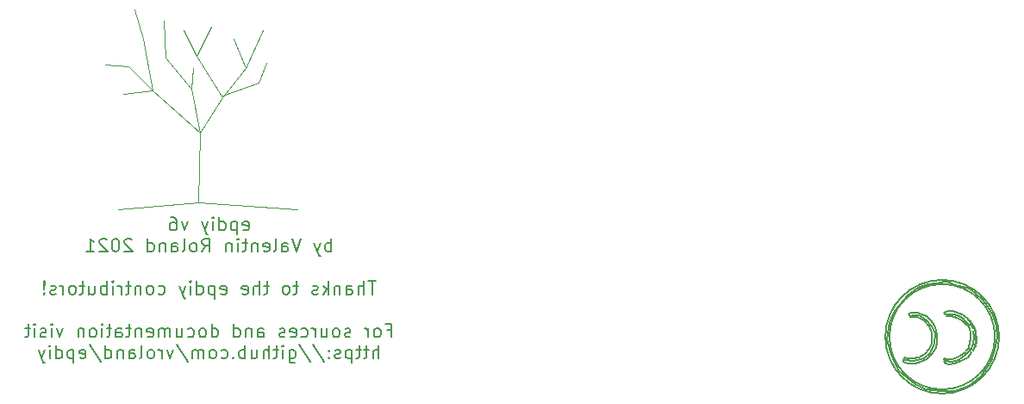
<source format=gbo>
%TF.GenerationSoftware,KiCad,Pcbnew,5.1.10*%
%TF.CreationDate,2021-08-22T15:01:52+02:00*%
%TF.ProjectId,epaper-breakout,65706170-6572-42d6-9272-65616b6f7574,rev?*%
%TF.SameCoordinates,Original*%
%TF.FileFunction,Legend,Bot*%
%TF.FilePolarity,Positive*%
%FSLAX46Y46*%
G04 Gerber Fmt 4.6, Leading zero omitted, Abs format (unit mm)*
G04 Created by KiCad (PCBNEW 5.1.10) date 2021-08-22 15:01:52*
%MOMM*%
%LPD*%
G01*
G04 APERTURE LIST*
%ADD10C,0.150000*%
%ADD11C,0.100000*%
%ADD12O,1.802000X1.802000*%
%ADD13C,1.392000*%
%ADD14C,1.802000*%
%ADD15C,0.902000*%
%ADD16C,0.610000*%
%ADD17C,2.302000*%
G04 APERTURE END LIST*
D10*
X48592857Y-46226190D02*
X48716666Y-46288095D01*
X48964285Y-46288095D01*
X49088095Y-46226190D01*
X49150000Y-46102380D01*
X49150000Y-45607142D01*
X49088095Y-45483333D01*
X48964285Y-45421428D01*
X48716666Y-45421428D01*
X48592857Y-45483333D01*
X48530952Y-45607142D01*
X48530952Y-45730952D01*
X49150000Y-45854761D01*
X47973809Y-45421428D02*
X47973809Y-46721428D01*
X47973809Y-45483333D02*
X47850000Y-45421428D01*
X47602380Y-45421428D01*
X47478571Y-45483333D01*
X47416666Y-45545238D01*
X47354761Y-45669047D01*
X47354761Y-46040476D01*
X47416666Y-46164285D01*
X47478571Y-46226190D01*
X47602380Y-46288095D01*
X47850000Y-46288095D01*
X47973809Y-46226190D01*
X46240476Y-46288095D02*
X46240476Y-44988095D01*
X46240476Y-46226190D02*
X46364285Y-46288095D01*
X46611904Y-46288095D01*
X46735714Y-46226190D01*
X46797619Y-46164285D01*
X46859523Y-46040476D01*
X46859523Y-45669047D01*
X46797619Y-45545238D01*
X46735714Y-45483333D01*
X46611904Y-45421428D01*
X46364285Y-45421428D01*
X46240476Y-45483333D01*
X45621428Y-46288095D02*
X45621428Y-45421428D01*
X45621428Y-44988095D02*
X45683333Y-45050000D01*
X45621428Y-45111904D01*
X45559523Y-45050000D01*
X45621428Y-44988095D01*
X45621428Y-45111904D01*
X45126190Y-45421428D02*
X44816666Y-46288095D01*
X44507142Y-45421428D02*
X44816666Y-46288095D01*
X44940476Y-46597619D01*
X45002380Y-46659523D01*
X45126190Y-46721428D01*
X43145238Y-45421428D02*
X42835714Y-46288095D01*
X42526190Y-45421428D01*
X41473809Y-44988095D02*
X41721428Y-44988095D01*
X41845238Y-45050000D01*
X41907142Y-45111904D01*
X42030952Y-45297619D01*
X42092857Y-45545238D01*
X42092857Y-46040476D01*
X42030952Y-46164285D01*
X41969047Y-46226190D01*
X41845238Y-46288095D01*
X41597619Y-46288095D01*
X41473809Y-46226190D01*
X41411904Y-46164285D01*
X41350000Y-46040476D01*
X41350000Y-45730952D01*
X41411904Y-45607142D01*
X41473809Y-45545238D01*
X41597619Y-45483333D01*
X41845238Y-45483333D01*
X41969047Y-45545238D01*
X42030952Y-45607142D01*
X42092857Y-45730952D01*
X57228571Y-48388095D02*
X57228571Y-47088095D01*
X57228571Y-47583333D02*
X57104761Y-47521428D01*
X56857142Y-47521428D01*
X56733333Y-47583333D01*
X56671428Y-47645238D01*
X56609523Y-47769047D01*
X56609523Y-48140476D01*
X56671428Y-48264285D01*
X56733333Y-48326190D01*
X56857142Y-48388095D01*
X57104761Y-48388095D01*
X57228571Y-48326190D01*
X56176190Y-47521428D02*
X55866666Y-48388095D01*
X55557142Y-47521428D02*
X55866666Y-48388095D01*
X55990476Y-48697619D01*
X56052380Y-48759523D01*
X56176190Y-48821428D01*
X54257142Y-47088095D02*
X53823809Y-48388095D01*
X53390476Y-47088095D01*
X52400000Y-48388095D02*
X52400000Y-47707142D01*
X52461904Y-47583333D01*
X52585714Y-47521428D01*
X52833333Y-47521428D01*
X52957142Y-47583333D01*
X52400000Y-48326190D02*
X52523809Y-48388095D01*
X52833333Y-48388095D01*
X52957142Y-48326190D01*
X53019047Y-48202380D01*
X53019047Y-48078571D01*
X52957142Y-47954761D01*
X52833333Y-47892857D01*
X52523809Y-47892857D01*
X52400000Y-47830952D01*
X51595238Y-48388095D02*
X51719047Y-48326190D01*
X51780952Y-48202380D01*
X51780952Y-47088095D01*
X50604761Y-48326190D02*
X50728571Y-48388095D01*
X50976190Y-48388095D01*
X51100000Y-48326190D01*
X51161904Y-48202380D01*
X51161904Y-47707142D01*
X51100000Y-47583333D01*
X50976190Y-47521428D01*
X50728571Y-47521428D01*
X50604761Y-47583333D01*
X50542857Y-47707142D01*
X50542857Y-47830952D01*
X51161904Y-47954761D01*
X49985714Y-47521428D02*
X49985714Y-48388095D01*
X49985714Y-47645238D02*
X49923809Y-47583333D01*
X49800000Y-47521428D01*
X49614285Y-47521428D01*
X49490476Y-47583333D01*
X49428571Y-47707142D01*
X49428571Y-48388095D01*
X48995238Y-47521428D02*
X48500000Y-47521428D01*
X48809523Y-47088095D02*
X48809523Y-48202380D01*
X48747619Y-48326190D01*
X48623809Y-48388095D01*
X48500000Y-48388095D01*
X48066666Y-48388095D02*
X48066666Y-47521428D01*
X48066666Y-47088095D02*
X48128571Y-47150000D01*
X48066666Y-47211904D01*
X48004761Y-47150000D01*
X48066666Y-47088095D01*
X48066666Y-47211904D01*
X47447619Y-47521428D02*
X47447619Y-48388095D01*
X47447619Y-47645238D02*
X47385714Y-47583333D01*
X47261904Y-47521428D01*
X47076190Y-47521428D01*
X46952380Y-47583333D01*
X46890476Y-47707142D01*
X46890476Y-48388095D01*
X44538095Y-48388095D02*
X44971428Y-47769047D01*
X45280952Y-48388095D02*
X45280952Y-47088095D01*
X44785714Y-47088095D01*
X44661904Y-47150000D01*
X44600000Y-47211904D01*
X44538095Y-47335714D01*
X44538095Y-47521428D01*
X44600000Y-47645238D01*
X44661904Y-47707142D01*
X44785714Y-47769047D01*
X45280952Y-47769047D01*
X43795238Y-48388095D02*
X43919047Y-48326190D01*
X43980952Y-48264285D01*
X44042857Y-48140476D01*
X44042857Y-47769047D01*
X43980952Y-47645238D01*
X43919047Y-47583333D01*
X43795238Y-47521428D01*
X43609523Y-47521428D01*
X43485714Y-47583333D01*
X43423809Y-47645238D01*
X43361904Y-47769047D01*
X43361904Y-48140476D01*
X43423809Y-48264285D01*
X43485714Y-48326190D01*
X43609523Y-48388095D01*
X43795238Y-48388095D01*
X42619047Y-48388095D02*
X42742857Y-48326190D01*
X42804761Y-48202380D01*
X42804761Y-47088095D01*
X41566666Y-48388095D02*
X41566666Y-47707142D01*
X41628571Y-47583333D01*
X41752380Y-47521428D01*
X42000000Y-47521428D01*
X42123809Y-47583333D01*
X41566666Y-48326190D02*
X41690476Y-48388095D01*
X42000000Y-48388095D01*
X42123809Y-48326190D01*
X42185714Y-48202380D01*
X42185714Y-48078571D01*
X42123809Y-47954761D01*
X42000000Y-47892857D01*
X41690476Y-47892857D01*
X41566666Y-47830952D01*
X40947619Y-47521428D02*
X40947619Y-48388095D01*
X40947619Y-47645238D02*
X40885714Y-47583333D01*
X40761904Y-47521428D01*
X40576190Y-47521428D01*
X40452380Y-47583333D01*
X40390476Y-47707142D01*
X40390476Y-48388095D01*
X39214285Y-48388095D02*
X39214285Y-47088095D01*
X39214285Y-48326190D02*
X39338095Y-48388095D01*
X39585714Y-48388095D01*
X39709523Y-48326190D01*
X39771428Y-48264285D01*
X39833333Y-48140476D01*
X39833333Y-47769047D01*
X39771428Y-47645238D01*
X39709523Y-47583333D01*
X39585714Y-47521428D01*
X39338095Y-47521428D01*
X39214285Y-47583333D01*
X37666666Y-47211904D02*
X37604761Y-47150000D01*
X37480952Y-47088095D01*
X37171428Y-47088095D01*
X37047619Y-47150000D01*
X36985714Y-47211904D01*
X36923809Y-47335714D01*
X36923809Y-47459523D01*
X36985714Y-47645238D01*
X37728571Y-48388095D01*
X36923809Y-48388095D01*
X36119047Y-47088095D02*
X35995238Y-47088095D01*
X35871428Y-47150000D01*
X35809523Y-47211904D01*
X35747619Y-47335714D01*
X35685714Y-47583333D01*
X35685714Y-47892857D01*
X35747619Y-48140476D01*
X35809523Y-48264285D01*
X35871428Y-48326190D01*
X35995238Y-48388095D01*
X36119047Y-48388095D01*
X36242857Y-48326190D01*
X36304761Y-48264285D01*
X36366666Y-48140476D01*
X36428571Y-47892857D01*
X36428571Y-47583333D01*
X36366666Y-47335714D01*
X36304761Y-47211904D01*
X36242857Y-47150000D01*
X36119047Y-47088095D01*
X35190476Y-47211904D02*
X35128571Y-47150000D01*
X35004761Y-47088095D01*
X34695238Y-47088095D01*
X34571428Y-47150000D01*
X34509523Y-47211904D01*
X34447619Y-47335714D01*
X34447619Y-47459523D01*
X34509523Y-47645238D01*
X35252380Y-48388095D01*
X34447619Y-48388095D01*
X33209523Y-48388095D02*
X33952380Y-48388095D01*
X33580952Y-48388095D02*
X33580952Y-47088095D01*
X33704761Y-47273809D01*
X33828571Y-47397619D01*
X33952380Y-47459523D01*
X61623809Y-51288095D02*
X60880952Y-51288095D01*
X61252380Y-52588095D02*
X61252380Y-51288095D01*
X60447619Y-52588095D02*
X60447619Y-51288095D01*
X59890476Y-52588095D02*
X59890476Y-51907142D01*
X59952380Y-51783333D01*
X60076190Y-51721428D01*
X60261904Y-51721428D01*
X60385714Y-51783333D01*
X60447619Y-51845238D01*
X58714285Y-52588095D02*
X58714285Y-51907142D01*
X58776190Y-51783333D01*
X58900000Y-51721428D01*
X59147619Y-51721428D01*
X59271428Y-51783333D01*
X58714285Y-52526190D02*
X58838095Y-52588095D01*
X59147619Y-52588095D01*
X59271428Y-52526190D01*
X59333333Y-52402380D01*
X59333333Y-52278571D01*
X59271428Y-52154761D01*
X59147619Y-52092857D01*
X58838095Y-52092857D01*
X58714285Y-52030952D01*
X58095238Y-51721428D02*
X58095238Y-52588095D01*
X58095238Y-51845238D02*
X58033333Y-51783333D01*
X57909523Y-51721428D01*
X57723809Y-51721428D01*
X57600000Y-51783333D01*
X57538095Y-51907142D01*
X57538095Y-52588095D01*
X56919047Y-52588095D02*
X56919047Y-51288095D01*
X56795238Y-52092857D02*
X56423809Y-52588095D01*
X56423809Y-51721428D02*
X56919047Y-52216666D01*
X55928571Y-52526190D02*
X55804761Y-52588095D01*
X55557142Y-52588095D01*
X55433333Y-52526190D01*
X55371428Y-52402380D01*
X55371428Y-52340476D01*
X55433333Y-52216666D01*
X55557142Y-52154761D01*
X55742857Y-52154761D01*
X55866666Y-52092857D01*
X55928571Y-51969047D01*
X55928571Y-51907142D01*
X55866666Y-51783333D01*
X55742857Y-51721428D01*
X55557142Y-51721428D01*
X55433333Y-51783333D01*
X54009523Y-51721428D02*
X53514285Y-51721428D01*
X53823809Y-51288095D02*
X53823809Y-52402380D01*
X53761904Y-52526190D01*
X53638095Y-52588095D01*
X53514285Y-52588095D01*
X52895238Y-52588095D02*
X53019047Y-52526190D01*
X53080952Y-52464285D01*
X53142857Y-52340476D01*
X53142857Y-51969047D01*
X53080952Y-51845238D01*
X53019047Y-51783333D01*
X52895238Y-51721428D01*
X52709523Y-51721428D01*
X52585714Y-51783333D01*
X52523809Y-51845238D01*
X52461904Y-51969047D01*
X52461904Y-52340476D01*
X52523809Y-52464285D01*
X52585714Y-52526190D01*
X52709523Y-52588095D01*
X52895238Y-52588095D01*
X51100000Y-51721428D02*
X50604761Y-51721428D01*
X50914285Y-51288095D02*
X50914285Y-52402380D01*
X50852380Y-52526190D01*
X50728571Y-52588095D01*
X50604761Y-52588095D01*
X50171428Y-52588095D02*
X50171428Y-51288095D01*
X49614285Y-52588095D02*
X49614285Y-51907142D01*
X49676190Y-51783333D01*
X49800000Y-51721428D01*
X49985714Y-51721428D01*
X50109523Y-51783333D01*
X50171428Y-51845238D01*
X48500000Y-52526190D02*
X48623809Y-52588095D01*
X48871428Y-52588095D01*
X48995238Y-52526190D01*
X49057142Y-52402380D01*
X49057142Y-51907142D01*
X48995238Y-51783333D01*
X48871428Y-51721428D01*
X48623809Y-51721428D01*
X48500000Y-51783333D01*
X48438095Y-51907142D01*
X48438095Y-52030952D01*
X49057142Y-52154761D01*
X46395238Y-52526190D02*
X46519047Y-52588095D01*
X46766666Y-52588095D01*
X46890476Y-52526190D01*
X46952380Y-52402380D01*
X46952380Y-51907142D01*
X46890476Y-51783333D01*
X46766666Y-51721428D01*
X46519047Y-51721428D01*
X46395238Y-51783333D01*
X46333333Y-51907142D01*
X46333333Y-52030952D01*
X46952380Y-52154761D01*
X45776190Y-51721428D02*
X45776190Y-53021428D01*
X45776190Y-51783333D02*
X45652380Y-51721428D01*
X45404761Y-51721428D01*
X45280952Y-51783333D01*
X45219047Y-51845238D01*
X45157142Y-51969047D01*
X45157142Y-52340476D01*
X45219047Y-52464285D01*
X45280952Y-52526190D01*
X45404761Y-52588095D01*
X45652380Y-52588095D01*
X45776190Y-52526190D01*
X44042857Y-52588095D02*
X44042857Y-51288095D01*
X44042857Y-52526190D02*
X44166666Y-52588095D01*
X44414285Y-52588095D01*
X44538095Y-52526190D01*
X44600000Y-52464285D01*
X44661904Y-52340476D01*
X44661904Y-51969047D01*
X44600000Y-51845238D01*
X44538095Y-51783333D01*
X44414285Y-51721428D01*
X44166666Y-51721428D01*
X44042857Y-51783333D01*
X43423809Y-52588095D02*
X43423809Y-51721428D01*
X43423809Y-51288095D02*
X43485714Y-51350000D01*
X43423809Y-51411904D01*
X43361904Y-51350000D01*
X43423809Y-51288095D01*
X43423809Y-51411904D01*
X42928571Y-51721428D02*
X42619047Y-52588095D01*
X42309523Y-51721428D02*
X42619047Y-52588095D01*
X42742857Y-52897619D01*
X42804761Y-52959523D01*
X42928571Y-53021428D01*
X40266666Y-52526190D02*
X40390476Y-52588095D01*
X40638095Y-52588095D01*
X40761904Y-52526190D01*
X40823809Y-52464285D01*
X40885714Y-52340476D01*
X40885714Y-51969047D01*
X40823809Y-51845238D01*
X40761904Y-51783333D01*
X40638095Y-51721428D01*
X40390476Y-51721428D01*
X40266666Y-51783333D01*
X39523809Y-52588095D02*
X39647619Y-52526190D01*
X39709523Y-52464285D01*
X39771428Y-52340476D01*
X39771428Y-51969047D01*
X39709523Y-51845238D01*
X39647619Y-51783333D01*
X39523809Y-51721428D01*
X39338095Y-51721428D01*
X39214285Y-51783333D01*
X39152380Y-51845238D01*
X39090476Y-51969047D01*
X39090476Y-52340476D01*
X39152380Y-52464285D01*
X39214285Y-52526190D01*
X39338095Y-52588095D01*
X39523809Y-52588095D01*
X38533333Y-51721428D02*
X38533333Y-52588095D01*
X38533333Y-51845238D02*
X38471428Y-51783333D01*
X38347619Y-51721428D01*
X38161904Y-51721428D01*
X38038095Y-51783333D01*
X37976190Y-51907142D01*
X37976190Y-52588095D01*
X37542857Y-51721428D02*
X37047619Y-51721428D01*
X37357142Y-51288095D02*
X37357142Y-52402380D01*
X37295238Y-52526190D01*
X37171428Y-52588095D01*
X37047619Y-52588095D01*
X36614285Y-52588095D02*
X36614285Y-51721428D01*
X36614285Y-51969047D02*
X36552380Y-51845238D01*
X36490476Y-51783333D01*
X36366666Y-51721428D01*
X36242857Y-51721428D01*
X35809523Y-52588095D02*
X35809523Y-51721428D01*
X35809523Y-51288095D02*
X35871428Y-51350000D01*
X35809523Y-51411904D01*
X35747619Y-51350000D01*
X35809523Y-51288095D01*
X35809523Y-51411904D01*
X35190476Y-52588095D02*
X35190476Y-51288095D01*
X35190476Y-51783333D02*
X35066666Y-51721428D01*
X34819047Y-51721428D01*
X34695238Y-51783333D01*
X34633333Y-51845238D01*
X34571428Y-51969047D01*
X34571428Y-52340476D01*
X34633333Y-52464285D01*
X34695238Y-52526190D01*
X34819047Y-52588095D01*
X35066666Y-52588095D01*
X35190476Y-52526190D01*
X33457142Y-51721428D02*
X33457142Y-52588095D01*
X34014285Y-51721428D02*
X34014285Y-52402380D01*
X33952380Y-52526190D01*
X33828571Y-52588095D01*
X33642857Y-52588095D01*
X33519047Y-52526190D01*
X33457142Y-52464285D01*
X33023809Y-51721428D02*
X32528571Y-51721428D01*
X32838095Y-51288095D02*
X32838095Y-52402380D01*
X32776190Y-52526190D01*
X32652380Y-52588095D01*
X32528571Y-52588095D01*
X31909523Y-52588095D02*
X32033333Y-52526190D01*
X32095238Y-52464285D01*
X32157142Y-52340476D01*
X32157142Y-51969047D01*
X32095238Y-51845238D01*
X32033333Y-51783333D01*
X31909523Y-51721428D01*
X31723809Y-51721428D01*
X31600000Y-51783333D01*
X31538095Y-51845238D01*
X31476190Y-51969047D01*
X31476190Y-52340476D01*
X31538095Y-52464285D01*
X31600000Y-52526190D01*
X31723809Y-52588095D01*
X31909523Y-52588095D01*
X30919047Y-52588095D02*
X30919047Y-51721428D01*
X30919047Y-51969047D02*
X30857142Y-51845238D01*
X30795238Y-51783333D01*
X30671428Y-51721428D01*
X30547619Y-51721428D01*
X30176190Y-52526190D02*
X30052380Y-52588095D01*
X29804761Y-52588095D01*
X29680952Y-52526190D01*
X29619047Y-52402380D01*
X29619047Y-52340476D01*
X29680952Y-52216666D01*
X29804761Y-52154761D01*
X29990476Y-52154761D01*
X30114285Y-52092857D01*
X30176190Y-51969047D01*
X30176190Y-51907142D01*
X30114285Y-51783333D01*
X29990476Y-51721428D01*
X29804761Y-51721428D01*
X29680952Y-51783333D01*
X29061904Y-52464285D02*
X29000000Y-52526190D01*
X29061904Y-52588095D01*
X29123809Y-52526190D01*
X29061904Y-52464285D01*
X29061904Y-52588095D01*
X29061904Y-52092857D02*
X29123809Y-51350000D01*
X29061904Y-51288095D01*
X29000000Y-51350000D01*
X29061904Y-52092857D01*
X29061904Y-51288095D01*
X62707142Y-56107142D02*
X63140476Y-56107142D01*
X63140476Y-56788095D02*
X63140476Y-55488095D01*
X62521428Y-55488095D01*
X61840476Y-56788095D02*
X61964285Y-56726190D01*
X62026190Y-56664285D01*
X62088095Y-56540476D01*
X62088095Y-56169047D01*
X62026190Y-56045238D01*
X61964285Y-55983333D01*
X61840476Y-55921428D01*
X61654761Y-55921428D01*
X61530952Y-55983333D01*
X61469047Y-56045238D01*
X61407142Y-56169047D01*
X61407142Y-56540476D01*
X61469047Y-56664285D01*
X61530952Y-56726190D01*
X61654761Y-56788095D01*
X61840476Y-56788095D01*
X60850000Y-56788095D02*
X60850000Y-55921428D01*
X60850000Y-56169047D02*
X60788095Y-56045238D01*
X60726190Y-55983333D01*
X60602380Y-55921428D01*
X60478571Y-55921428D01*
X59116666Y-56726190D02*
X58992857Y-56788095D01*
X58745238Y-56788095D01*
X58621428Y-56726190D01*
X58559523Y-56602380D01*
X58559523Y-56540476D01*
X58621428Y-56416666D01*
X58745238Y-56354761D01*
X58930952Y-56354761D01*
X59054761Y-56292857D01*
X59116666Y-56169047D01*
X59116666Y-56107142D01*
X59054761Y-55983333D01*
X58930952Y-55921428D01*
X58745238Y-55921428D01*
X58621428Y-55983333D01*
X57816666Y-56788095D02*
X57940476Y-56726190D01*
X58002380Y-56664285D01*
X58064285Y-56540476D01*
X58064285Y-56169047D01*
X58002380Y-56045238D01*
X57940476Y-55983333D01*
X57816666Y-55921428D01*
X57630952Y-55921428D01*
X57507142Y-55983333D01*
X57445238Y-56045238D01*
X57383333Y-56169047D01*
X57383333Y-56540476D01*
X57445238Y-56664285D01*
X57507142Y-56726190D01*
X57630952Y-56788095D01*
X57816666Y-56788095D01*
X56269047Y-55921428D02*
X56269047Y-56788095D01*
X56826190Y-55921428D02*
X56826190Y-56602380D01*
X56764285Y-56726190D01*
X56640476Y-56788095D01*
X56454761Y-56788095D01*
X56330952Y-56726190D01*
X56269047Y-56664285D01*
X55650000Y-56788095D02*
X55650000Y-55921428D01*
X55650000Y-56169047D02*
X55588095Y-56045238D01*
X55526190Y-55983333D01*
X55402380Y-55921428D01*
X55278571Y-55921428D01*
X54288095Y-56726190D02*
X54411904Y-56788095D01*
X54659523Y-56788095D01*
X54783333Y-56726190D01*
X54845238Y-56664285D01*
X54907142Y-56540476D01*
X54907142Y-56169047D01*
X54845238Y-56045238D01*
X54783333Y-55983333D01*
X54659523Y-55921428D01*
X54411904Y-55921428D01*
X54288095Y-55983333D01*
X53235714Y-56726190D02*
X53359523Y-56788095D01*
X53607142Y-56788095D01*
X53730952Y-56726190D01*
X53792857Y-56602380D01*
X53792857Y-56107142D01*
X53730952Y-55983333D01*
X53607142Y-55921428D01*
X53359523Y-55921428D01*
X53235714Y-55983333D01*
X53173809Y-56107142D01*
X53173809Y-56230952D01*
X53792857Y-56354761D01*
X52678571Y-56726190D02*
X52554761Y-56788095D01*
X52307142Y-56788095D01*
X52183333Y-56726190D01*
X52121428Y-56602380D01*
X52121428Y-56540476D01*
X52183333Y-56416666D01*
X52307142Y-56354761D01*
X52492857Y-56354761D01*
X52616666Y-56292857D01*
X52678571Y-56169047D01*
X52678571Y-56107142D01*
X52616666Y-55983333D01*
X52492857Y-55921428D01*
X52307142Y-55921428D01*
X52183333Y-55983333D01*
X50016666Y-56788095D02*
X50016666Y-56107142D01*
X50078571Y-55983333D01*
X50202380Y-55921428D01*
X50450000Y-55921428D01*
X50573809Y-55983333D01*
X50016666Y-56726190D02*
X50140476Y-56788095D01*
X50450000Y-56788095D01*
X50573809Y-56726190D01*
X50635714Y-56602380D01*
X50635714Y-56478571D01*
X50573809Y-56354761D01*
X50450000Y-56292857D01*
X50140476Y-56292857D01*
X50016666Y-56230952D01*
X49397619Y-55921428D02*
X49397619Y-56788095D01*
X49397619Y-56045238D02*
X49335714Y-55983333D01*
X49211904Y-55921428D01*
X49026190Y-55921428D01*
X48902380Y-55983333D01*
X48840476Y-56107142D01*
X48840476Y-56788095D01*
X47664285Y-56788095D02*
X47664285Y-55488095D01*
X47664285Y-56726190D02*
X47788095Y-56788095D01*
X48035714Y-56788095D01*
X48159523Y-56726190D01*
X48221428Y-56664285D01*
X48283333Y-56540476D01*
X48283333Y-56169047D01*
X48221428Y-56045238D01*
X48159523Y-55983333D01*
X48035714Y-55921428D01*
X47788095Y-55921428D01*
X47664285Y-55983333D01*
X45497619Y-56788095D02*
X45497619Y-55488095D01*
X45497619Y-56726190D02*
X45621428Y-56788095D01*
X45869047Y-56788095D01*
X45992857Y-56726190D01*
X46054761Y-56664285D01*
X46116666Y-56540476D01*
X46116666Y-56169047D01*
X46054761Y-56045238D01*
X45992857Y-55983333D01*
X45869047Y-55921428D01*
X45621428Y-55921428D01*
X45497619Y-55983333D01*
X44692857Y-56788095D02*
X44816666Y-56726190D01*
X44878571Y-56664285D01*
X44940476Y-56540476D01*
X44940476Y-56169047D01*
X44878571Y-56045238D01*
X44816666Y-55983333D01*
X44692857Y-55921428D01*
X44507142Y-55921428D01*
X44383333Y-55983333D01*
X44321428Y-56045238D01*
X44259523Y-56169047D01*
X44259523Y-56540476D01*
X44321428Y-56664285D01*
X44383333Y-56726190D01*
X44507142Y-56788095D01*
X44692857Y-56788095D01*
X43145238Y-56726190D02*
X43269047Y-56788095D01*
X43516666Y-56788095D01*
X43640476Y-56726190D01*
X43702380Y-56664285D01*
X43764285Y-56540476D01*
X43764285Y-56169047D01*
X43702380Y-56045238D01*
X43640476Y-55983333D01*
X43516666Y-55921428D01*
X43269047Y-55921428D01*
X43145238Y-55983333D01*
X42030952Y-55921428D02*
X42030952Y-56788095D01*
X42588095Y-55921428D02*
X42588095Y-56602380D01*
X42526190Y-56726190D01*
X42402380Y-56788095D01*
X42216666Y-56788095D01*
X42092857Y-56726190D01*
X42030952Y-56664285D01*
X41411904Y-56788095D02*
X41411904Y-55921428D01*
X41411904Y-56045238D02*
X41350000Y-55983333D01*
X41226190Y-55921428D01*
X41040476Y-55921428D01*
X40916666Y-55983333D01*
X40854761Y-56107142D01*
X40854761Y-56788095D01*
X40854761Y-56107142D02*
X40792857Y-55983333D01*
X40669047Y-55921428D01*
X40483333Y-55921428D01*
X40359523Y-55983333D01*
X40297619Y-56107142D01*
X40297619Y-56788095D01*
X39183333Y-56726190D02*
X39307142Y-56788095D01*
X39554761Y-56788095D01*
X39678571Y-56726190D01*
X39740476Y-56602380D01*
X39740476Y-56107142D01*
X39678571Y-55983333D01*
X39554761Y-55921428D01*
X39307142Y-55921428D01*
X39183333Y-55983333D01*
X39121428Y-56107142D01*
X39121428Y-56230952D01*
X39740476Y-56354761D01*
X38564285Y-55921428D02*
X38564285Y-56788095D01*
X38564285Y-56045238D02*
X38502380Y-55983333D01*
X38378571Y-55921428D01*
X38192857Y-55921428D01*
X38069047Y-55983333D01*
X38007142Y-56107142D01*
X38007142Y-56788095D01*
X37573809Y-55921428D02*
X37078571Y-55921428D01*
X37388095Y-55488095D02*
X37388095Y-56602380D01*
X37326190Y-56726190D01*
X37202380Y-56788095D01*
X37078571Y-56788095D01*
X36088095Y-56788095D02*
X36088095Y-56107142D01*
X36150000Y-55983333D01*
X36273809Y-55921428D01*
X36521428Y-55921428D01*
X36645238Y-55983333D01*
X36088095Y-56726190D02*
X36211904Y-56788095D01*
X36521428Y-56788095D01*
X36645238Y-56726190D01*
X36707142Y-56602380D01*
X36707142Y-56478571D01*
X36645238Y-56354761D01*
X36521428Y-56292857D01*
X36211904Y-56292857D01*
X36088095Y-56230952D01*
X35654761Y-55921428D02*
X35159523Y-55921428D01*
X35469047Y-55488095D02*
X35469047Y-56602380D01*
X35407142Y-56726190D01*
X35283333Y-56788095D01*
X35159523Y-56788095D01*
X34726190Y-56788095D02*
X34726190Y-55921428D01*
X34726190Y-55488095D02*
X34788095Y-55550000D01*
X34726190Y-55611904D01*
X34664285Y-55550000D01*
X34726190Y-55488095D01*
X34726190Y-55611904D01*
X33921428Y-56788095D02*
X34045238Y-56726190D01*
X34107142Y-56664285D01*
X34169047Y-56540476D01*
X34169047Y-56169047D01*
X34107142Y-56045238D01*
X34045238Y-55983333D01*
X33921428Y-55921428D01*
X33735714Y-55921428D01*
X33611904Y-55983333D01*
X33550000Y-56045238D01*
X33488095Y-56169047D01*
X33488095Y-56540476D01*
X33550000Y-56664285D01*
X33611904Y-56726190D01*
X33735714Y-56788095D01*
X33921428Y-56788095D01*
X32930952Y-55921428D02*
X32930952Y-56788095D01*
X32930952Y-56045238D02*
X32869047Y-55983333D01*
X32745238Y-55921428D01*
X32559523Y-55921428D01*
X32435714Y-55983333D01*
X32373809Y-56107142D01*
X32373809Y-56788095D01*
X30888095Y-55921428D02*
X30578571Y-56788095D01*
X30269047Y-55921428D01*
X29773809Y-56788095D02*
X29773809Y-55921428D01*
X29773809Y-55488095D02*
X29835714Y-55550000D01*
X29773809Y-55611904D01*
X29711904Y-55550000D01*
X29773809Y-55488095D01*
X29773809Y-55611904D01*
X29216666Y-56726190D02*
X29092857Y-56788095D01*
X28845238Y-56788095D01*
X28721428Y-56726190D01*
X28659523Y-56602380D01*
X28659523Y-56540476D01*
X28721428Y-56416666D01*
X28845238Y-56354761D01*
X29030952Y-56354761D01*
X29154761Y-56292857D01*
X29216666Y-56169047D01*
X29216666Y-56107142D01*
X29154761Y-55983333D01*
X29030952Y-55921428D01*
X28845238Y-55921428D01*
X28721428Y-55983333D01*
X28102380Y-56788095D02*
X28102380Y-55921428D01*
X28102380Y-55488095D02*
X28164285Y-55550000D01*
X28102380Y-55611904D01*
X28040476Y-55550000D01*
X28102380Y-55488095D01*
X28102380Y-55611904D01*
X27669047Y-55921428D02*
X27173809Y-55921428D01*
X27483333Y-55488095D02*
X27483333Y-56602380D01*
X27421428Y-56726190D01*
X27297619Y-56788095D01*
X27173809Y-56788095D01*
X61902380Y-58888095D02*
X61902380Y-57588095D01*
X61345238Y-58888095D02*
X61345238Y-58207142D01*
X61407142Y-58083333D01*
X61530952Y-58021428D01*
X61716666Y-58021428D01*
X61840476Y-58083333D01*
X61902380Y-58145238D01*
X60911904Y-58021428D02*
X60416666Y-58021428D01*
X60726190Y-57588095D02*
X60726190Y-58702380D01*
X60664285Y-58826190D01*
X60540476Y-58888095D01*
X60416666Y-58888095D01*
X60169047Y-58021428D02*
X59673809Y-58021428D01*
X59983333Y-57588095D02*
X59983333Y-58702380D01*
X59921428Y-58826190D01*
X59797619Y-58888095D01*
X59673809Y-58888095D01*
X59240476Y-58021428D02*
X59240476Y-59321428D01*
X59240476Y-58083333D02*
X59116666Y-58021428D01*
X58869047Y-58021428D01*
X58745238Y-58083333D01*
X58683333Y-58145238D01*
X58621428Y-58269047D01*
X58621428Y-58640476D01*
X58683333Y-58764285D01*
X58745238Y-58826190D01*
X58869047Y-58888095D01*
X59116666Y-58888095D01*
X59240476Y-58826190D01*
X58126190Y-58826190D02*
X58002380Y-58888095D01*
X57754761Y-58888095D01*
X57630952Y-58826190D01*
X57569047Y-58702380D01*
X57569047Y-58640476D01*
X57630952Y-58516666D01*
X57754761Y-58454761D01*
X57940476Y-58454761D01*
X58064285Y-58392857D01*
X58126190Y-58269047D01*
X58126190Y-58207142D01*
X58064285Y-58083333D01*
X57940476Y-58021428D01*
X57754761Y-58021428D01*
X57630952Y-58083333D01*
X57011904Y-58764285D02*
X56950000Y-58826190D01*
X57011904Y-58888095D01*
X57073809Y-58826190D01*
X57011904Y-58764285D01*
X57011904Y-58888095D01*
X57011904Y-58083333D02*
X56950000Y-58145238D01*
X57011904Y-58207142D01*
X57073809Y-58145238D01*
X57011904Y-58083333D01*
X57011904Y-58207142D01*
X55464285Y-57526190D02*
X56578571Y-59197619D01*
X54102380Y-57526190D02*
X55216666Y-59197619D01*
X53111904Y-58021428D02*
X53111904Y-59073809D01*
X53173809Y-59197619D01*
X53235714Y-59259523D01*
X53359523Y-59321428D01*
X53545238Y-59321428D01*
X53669047Y-59259523D01*
X53111904Y-58826190D02*
X53235714Y-58888095D01*
X53483333Y-58888095D01*
X53607142Y-58826190D01*
X53669047Y-58764285D01*
X53730952Y-58640476D01*
X53730952Y-58269047D01*
X53669047Y-58145238D01*
X53607142Y-58083333D01*
X53483333Y-58021428D01*
X53235714Y-58021428D01*
X53111904Y-58083333D01*
X52492857Y-58888095D02*
X52492857Y-58021428D01*
X52492857Y-57588095D02*
X52554761Y-57650000D01*
X52492857Y-57711904D01*
X52430952Y-57650000D01*
X52492857Y-57588095D01*
X52492857Y-57711904D01*
X52059523Y-58021428D02*
X51564285Y-58021428D01*
X51873809Y-57588095D02*
X51873809Y-58702380D01*
X51811904Y-58826190D01*
X51688095Y-58888095D01*
X51564285Y-58888095D01*
X51130952Y-58888095D02*
X51130952Y-57588095D01*
X50573809Y-58888095D02*
X50573809Y-58207142D01*
X50635714Y-58083333D01*
X50759523Y-58021428D01*
X50945238Y-58021428D01*
X51069047Y-58083333D01*
X51130952Y-58145238D01*
X49397619Y-58021428D02*
X49397619Y-58888095D01*
X49954761Y-58021428D02*
X49954761Y-58702380D01*
X49892857Y-58826190D01*
X49769047Y-58888095D01*
X49583333Y-58888095D01*
X49459523Y-58826190D01*
X49397619Y-58764285D01*
X48778571Y-58888095D02*
X48778571Y-57588095D01*
X48778571Y-58083333D02*
X48654761Y-58021428D01*
X48407142Y-58021428D01*
X48283333Y-58083333D01*
X48221428Y-58145238D01*
X48159523Y-58269047D01*
X48159523Y-58640476D01*
X48221428Y-58764285D01*
X48283333Y-58826190D01*
X48407142Y-58888095D01*
X48654761Y-58888095D01*
X48778571Y-58826190D01*
X47602380Y-58764285D02*
X47540476Y-58826190D01*
X47602380Y-58888095D01*
X47664285Y-58826190D01*
X47602380Y-58764285D01*
X47602380Y-58888095D01*
X46426190Y-58826190D02*
X46550000Y-58888095D01*
X46797619Y-58888095D01*
X46921428Y-58826190D01*
X46983333Y-58764285D01*
X47045238Y-58640476D01*
X47045238Y-58269047D01*
X46983333Y-58145238D01*
X46921428Y-58083333D01*
X46797619Y-58021428D01*
X46550000Y-58021428D01*
X46426190Y-58083333D01*
X45683333Y-58888095D02*
X45807142Y-58826190D01*
X45869047Y-58764285D01*
X45930952Y-58640476D01*
X45930952Y-58269047D01*
X45869047Y-58145238D01*
X45807142Y-58083333D01*
X45683333Y-58021428D01*
X45497619Y-58021428D01*
X45373809Y-58083333D01*
X45311904Y-58145238D01*
X45250000Y-58269047D01*
X45250000Y-58640476D01*
X45311904Y-58764285D01*
X45373809Y-58826190D01*
X45497619Y-58888095D01*
X45683333Y-58888095D01*
X44692857Y-58888095D02*
X44692857Y-58021428D01*
X44692857Y-58145238D02*
X44630952Y-58083333D01*
X44507142Y-58021428D01*
X44321428Y-58021428D01*
X44197619Y-58083333D01*
X44135714Y-58207142D01*
X44135714Y-58888095D01*
X44135714Y-58207142D02*
X44073809Y-58083333D01*
X43950000Y-58021428D01*
X43764285Y-58021428D01*
X43640476Y-58083333D01*
X43578571Y-58207142D01*
X43578571Y-58888095D01*
X42030952Y-57526190D02*
X43145238Y-59197619D01*
X41721428Y-58021428D02*
X41411904Y-58888095D01*
X41102380Y-58021428D01*
X40607142Y-58888095D02*
X40607142Y-58021428D01*
X40607142Y-58269047D02*
X40545238Y-58145238D01*
X40483333Y-58083333D01*
X40359523Y-58021428D01*
X40235714Y-58021428D01*
X39616666Y-58888095D02*
X39740476Y-58826190D01*
X39802380Y-58764285D01*
X39864285Y-58640476D01*
X39864285Y-58269047D01*
X39802380Y-58145238D01*
X39740476Y-58083333D01*
X39616666Y-58021428D01*
X39430952Y-58021428D01*
X39307142Y-58083333D01*
X39245238Y-58145238D01*
X39183333Y-58269047D01*
X39183333Y-58640476D01*
X39245238Y-58764285D01*
X39307142Y-58826190D01*
X39430952Y-58888095D01*
X39616666Y-58888095D01*
X38440476Y-58888095D02*
X38564285Y-58826190D01*
X38626190Y-58702380D01*
X38626190Y-57588095D01*
X37388095Y-58888095D02*
X37388095Y-58207142D01*
X37450000Y-58083333D01*
X37573809Y-58021428D01*
X37821428Y-58021428D01*
X37945238Y-58083333D01*
X37388095Y-58826190D02*
X37511904Y-58888095D01*
X37821428Y-58888095D01*
X37945238Y-58826190D01*
X38007142Y-58702380D01*
X38007142Y-58578571D01*
X37945238Y-58454761D01*
X37821428Y-58392857D01*
X37511904Y-58392857D01*
X37388095Y-58330952D01*
X36769047Y-58021428D02*
X36769047Y-58888095D01*
X36769047Y-58145238D02*
X36707142Y-58083333D01*
X36583333Y-58021428D01*
X36397619Y-58021428D01*
X36273809Y-58083333D01*
X36211904Y-58207142D01*
X36211904Y-58888095D01*
X35035714Y-58888095D02*
X35035714Y-57588095D01*
X35035714Y-58826190D02*
X35159523Y-58888095D01*
X35407142Y-58888095D01*
X35530952Y-58826190D01*
X35592857Y-58764285D01*
X35654761Y-58640476D01*
X35654761Y-58269047D01*
X35592857Y-58145238D01*
X35530952Y-58083333D01*
X35407142Y-58021428D01*
X35159523Y-58021428D01*
X35035714Y-58083333D01*
X33488095Y-57526190D02*
X34602380Y-59197619D01*
X32559523Y-58826190D02*
X32683333Y-58888095D01*
X32930952Y-58888095D01*
X33054761Y-58826190D01*
X33116666Y-58702380D01*
X33116666Y-58207142D01*
X33054761Y-58083333D01*
X32930952Y-58021428D01*
X32683333Y-58021428D01*
X32559523Y-58083333D01*
X32497619Y-58207142D01*
X32497619Y-58330952D01*
X33116666Y-58454761D01*
X31940476Y-58021428D02*
X31940476Y-59321428D01*
X31940476Y-58083333D02*
X31816666Y-58021428D01*
X31569047Y-58021428D01*
X31445238Y-58083333D01*
X31383333Y-58145238D01*
X31321428Y-58269047D01*
X31321428Y-58640476D01*
X31383333Y-58764285D01*
X31445238Y-58826190D01*
X31569047Y-58888095D01*
X31816666Y-58888095D01*
X31940476Y-58826190D01*
X30207142Y-58888095D02*
X30207142Y-57588095D01*
X30207142Y-58826190D02*
X30330952Y-58888095D01*
X30578571Y-58888095D01*
X30702380Y-58826190D01*
X30764285Y-58764285D01*
X30826190Y-58640476D01*
X30826190Y-58269047D01*
X30764285Y-58145238D01*
X30702380Y-58083333D01*
X30578571Y-58021428D01*
X30330952Y-58021428D01*
X30207142Y-58083333D01*
X29588095Y-58888095D02*
X29588095Y-58021428D01*
X29588095Y-57588095D02*
X29650000Y-57650000D01*
X29588095Y-57711904D01*
X29526190Y-57650000D01*
X29588095Y-57588095D01*
X29588095Y-57711904D01*
X29092857Y-58021428D02*
X28783333Y-58888095D01*
X28473809Y-58021428D02*
X28783333Y-58888095D01*
X28907142Y-59197619D01*
X28969047Y-59259523D01*
X29092857Y-59321428D01*
D11*
X39688008Y-32537998D02*
X37348010Y-30198000D01*
X44368004Y-36677994D02*
X43468005Y-32357998D01*
X44368004Y-36677994D02*
X46528002Y-33257997D01*
X43468005Y-32357998D02*
X43648005Y-30378000D01*
X48868000Y-30378000D02*
X50487998Y-26598003D01*
X44188004Y-43517987D02*
X36268011Y-44237987D01*
X43468005Y-32357998D02*
X40948007Y-29298001D01*
X37348010Y-30198000D02*
X35008012Y-30018000D01*
X44008004Y-29118001D02*
X42748005Y-26598003D01*
X39688008Y-32537998D02*
X38788009Y-27498002D01*
X44188004Y-43517987D02*
X53907995Y-44237987D01*
X44008004Y-29118001D02*
X45448003Y-26238003D01*
X46528002Y-33257997D02*
X44008004Y-29118001D01*
X46528002Y-33257997D02*
X48868000Y-30378000D01*
X44188004Y-43517987D02*
X44368004Y-36677994D01*
X46528002Y-33077997D02*
X50127999Y-31817998D01*
X39688008Y-32537998D02*
X36808011Y-32897997D01*
X44368004Y-36677994D02*
X39688008Y-32537998D01*
X40948007Y-29298001D02*
X40768007Y-25698004D01*
X38788009Y-27498002D02*
X37888010Y-24618005D01*
X50127999Y-31817998D02*
X50847998Y-29838000D01*
X48868000Y-30378000D02*
X47608001Y-27498002D01*
D10*
X122838000Y-56750000D02*
G75*
G03*
X122838000Y-56750000I-5588000J0D01*
G01*
X122430604Y-56750000D02*
G75*
G03*
X122430604Y-56750000I-5180604J0D01*
G01*
X120247200Y-57948880D02*
X119848420Y-57948880D01*
X118446340Y-59348420D02*
X117945960Y-59450020D01*
X119147380Y-59150300D02*
X118446340Y-59348420D01*
X119746820Y-58748980D02*
X119147380Y-59150300D01*
X120148140Y-58248600D02*
X119746820Y-58748980D01*
X120549460Y-57550100D02*
X120249740Y-58149540D01*
X120549460Y-57151320D02*
X120450400Y-57750760D01*
X120549460Y-56450280D02*
X120549460Y-57151320D01*
X120348800Y-55850840D02*
X120549460Y-56450280D01*
X119848420Y-55149800D02*
X120348800Y-55850840D01*
X119350580Y-54651960D02*
X119848420Y-55050740D01*
X118748600Y-54352240D02*
X119350580Y-54651960D01*
X118250760Y-54250640D02*
X118748600Y-54352240D01*
X117849440Y-54250640D02*
X118250760Y-54250640D01*
X117450660Y-54352240D02*
X117849440Y-54250640D01*
X117549720Y-54550360D02*
X117450660Y-54352240D01*
X117948500Y-54550360D02*
X117549720Y-54550360D01*
X118448880Y-54550360D02*
X117948500Y-54550360D01*
X118949260Y-54751020D02*
X118448880Y-54550360D01*
X119449640Y-55050740D02*
X118949260Y-54751020D01*
X119950020Y-55650180D02*
X119449640Y-55149800D01*
X120249740Y-55949900D02*
X119950020Y-55449520D01*
X120348800Y-56750000D02*
X120249740Y-56150560D01*
X120249740Y-57451040D02*
X120348800Y-56750000D01*
X120049080Y-58149540D02*
X120249740Y-57451040D01*
X119546160Y-58548320D02*
X120046540Y-58047940D01*
X118847660Y-59048700D02*
X119546160Y-58548320D01*
X118146620Y-59249360D02*
X118847660Y-59048700D01*
X117547180Y-59150300D02*
X118146620Y-59249360D01*
X117448120Y-58848040D02*
X117547180Y-59150300D01*
X117747840Y-58949640D02*
X117448120Y-58848040D01*
X118146620Y-58949640D02*
X117747840Y-58949640D01*
X118547940Y-58848040D02*
X118146620Y-58949640D01*
X119045780Y-58649920D02*
X118547940Y-58848040D01*
X119546160Y-58248600D02*
X119045780Y-58649920D01*
X119947480Y-57750760D02*
X119647760Y-58149540D01*
X120049080Y-56950660D02*
X119848420Y-57750760D01*
X120049080Y-56450280D02*
X120049080Y-56950660D01*
X119950020Y-55949900D02*
X120049080Y-56450280D01*
X119650300Y-55449520D02*
X119950020Y-55949900D01*
X119149920Y-55152340D02*
X119650300Y-55551120D01*
X118649540Y-54852620D02*
X119149920Y-55152340D01*
X118149160Y-54751020D02*
X118649540Y-54852620D01*
X117648780Y-54751020D02*
X118149160Y-54751020D01*
X116447360Y-55650180D02*
X116648020Y-56048960D01*
X116147640Y-55149800D02*
X116447360Y-55650180D01*
X115748860Y-54748480D02*
X116147640Y-55149800D01*
X115248480Y-54547820D02*
X115748860Y-54748480D01*
X114847160Y-54349700D02*
X115248480Y-54547820D01*
X114247720Y-54349700D02*
X114847160Y-54349700D01*
X113848940Y-58848040D02*
X113549220Y-58748980D01*
X114349320Y-58848040D02*
X113848940Y-58848040D01*
X114948760Y-58748980D02*
X114349320Y-58848040D01*
X115548200Y-58449260D02*
X114948760Y-58748980D01*
X115949520Y-57948880D02*
X115548200Y-58449260D01*
X116249240Y-57448500D02*
X115949520Y-57948880D01*
X116249240Y-56849060D02*
X116249240Y-57448500D01*
X116249240Y-56348680D02*
X116249240Y-56849060D01*
X115949520Y-55749240D02*
X116249240Y-56348680D01*
X115449140Y-55149800D02*
X115949520Y-55749240D01*
X114748100Y-54850080D02*
X115449140Y-55149800D01*
X114148660Y-54850080D02*
X114748100Y-54850080D01*
X114247720Y-54649420D02*
X114148660Y-54850080D01*
X114948760Y-54649420D02*
X114247720Y-54649420D01*
X115647260Y-55048200D02*
X114948760Y-54649420D01*
X116249240Y-55749240D02*
X115647260Y-55048200D01*
X116548960Y-56450280D02*
X116249240Y-55749240D01*
X116447360Y-57448500D02*
X116548960Y-56450280D01*
X116048580Y-58350200D02*
X116447360Y-57448500D01*
X115449140Y-58848040D02*
X116048580Y-58350200D01*
X114448380Y-59150300D02*
X115449140Y-58848040D01*
X113549220Y-59048700D02*
X114448380Y-59150300D01*
X113447620Y-59249360D02*
X113549220Y-59048700D01*
X113848940Y-59348420D02*
X113447620Y-59249360D01*
X114247720Y-59348420D02*
X113848940Y-59348420D01*
X114649040Y-59348420D02*
X114247720Y-59348420D01*
X115149420Y-59249360D02*
X114649040Y-59348420D01*
X115748860Y-58949640D02*
X115149420Y-59249360D01*
X116249240Y-58449260D02*
X115748860Y-58949640D01*
X116648020Y-57849820D02*
X116249240Y-58449260D01*
X116747080Y-57247840D02*
X116648020Y-57849820D01*
X116747080Y-56549340D02*
X116747080Y-57247840D01*
X116648020Y-56048960D02*
X116747080Y-56549340D01*
X115850460Y-51550620D02*
X117250000Y-51449020D01*
X114849700Y-51949400D02*
X115850460Y-51550620D01*
X113848940Y-52650440D02*
X114849700Y-51949400D01*
X112551000Y-54250640D02*
X113848940Y-52650440D01*
X112050620Y-55350460D02*
X112551000Y-54250640D01*
X111849960Y-57049720D02*
X112050620Y-55350460D01*
X112248740Y-58550860D02*
X111849960Y-57049720D01*
X113048840Y-60151060D02*
X112248740Y-58550860D01*
X114649040Y-61449000D02*
X113048840Y-60151060D01*
X115649800Y-61949380D02*
X114649040Y-61449000D01*
X117150940Y-62050980D02*
X115649800Y-61949380D01*
X118550480Y-62050980D02*
X117150940Y-62050980D01*
X119850960Y-61550600D02*
X118550480Y-62050980D01*
X121049840Y-60648900D02*
X119850960Y-61550600D01*
X122050600Y-59150300D02*
X121049840Y-60648900D01*
X122449380Y-58050480D02*
X122050600Y-59150300D01*
X122650040Y-56849060D02*
X122449380Y-58050480D01*
X122550980Y-55650180D02*
X122650040Y-56849060D01*
X122251260Y-54649420D02*
X122550980Y-55650180D01*
X121750880Y-53750260D02*
X122251260Y-54649420D01*
X121250500Y-53150820D02*
X121750880Y-53750260D01*
X120549460Y-52548840D02*
X121250500Y-53150820D01*
X119950020Y-52051000D02*
X120549460Y-52548840D01*
X119248980Y-51850340D02*
X119950020Y-52051000D01*
X118550480Y-51649680D02*
X119248980Y-51850340D01*
X117750380Y-51349960D02*
X118550480Y-51649680D01*
X117250000Y-51349960D02*
X117750380Y-51349960D01*
X113950540Y-54448760D02*
X114151200Y-54751020D01*
X114250260Y-54349700D02*
X113950540Y-54448760D01*
X113549220Y-58850580D02*
X113450160Y-59150300D01*
X117448120Y-59150300D02*
X117547180Y-59348420D01*
X120651060Y-57148780D02*
X120549460Y-57649160D01*
X120549460Y-56249620D02*
X120651060Y-57148780D01*
X120348800Y-55749240D02*
X120549460Y-56249620D01*
X119950020Y-55149800D02*
X120348800Y-55749240D01*
X119749360Y-55050740D02*
X119950020Y-55149800D01*
X117549720Y-59350960D02*
X117450660Y-58850580D01*
X117951040Y-59450020D02*
X117549720Y-59350960D01*
%LPC*%
D12*
X34960000Y-62000000D03*
G36*
G01*
X36650000Y-61099000D02*
X38350000Y-61099000D01*
G75*
G02*
X38401000Y-61150000I0J-51000D01*
G01*
X38401000Y-62850000D01*
G75*
G02*
X38350000Y-62901000I-51000J0D01*
G01*
X36650000Y-62901000D01*
G75*
G02*
X36599000Y-62850000I0J51000D01*
G01*
X36599000Y-61150000D01*
G75*
G02*
X36650000Y-61099000I51000J0D01*
G01*
G37*
D13*
X33925000Y-23765000D03*
X29075000Y-23765000D03*
D14*
X35100000Y-21065000D03*
X27900000Y-21065000D03*
D15*
X93500000Y-32020000D03*
X93500000Y-33020000D03*
X93500000Y-34020000D03*
X93500000Y-35020000D03*
X93500000Y-36020000D03*
X94500000Y-36020000D03*
X94500000Y-35020000D03*
X94500000Y-34020000D03*
X94500000Y-33020000D03*
X94500000Y-32020000D03*
X96500000Y-32020000D03*
X96500000Y-33020000D03*
X96500000Y-34020000D03*
X96500000Y-35020000D03*
X96500000Y-36020000D03*
X95500000Y-36020000D03*
X95500000Y-35020000D03*
X95500000Y-34020000D03*
X95500000Y-33020000D03*
X95500000Y-32020000D03*
X97500000Y-36020000D03*
X97500000Y-35020000D03*
X97500000Y-34020000D03*
X97500000Y-33020000D03*
X97500000Y-32020000D03*
D16*
X63449200Y-47802800D03*
X63449200Y-47015400D03*
X63449200Y-46228000D03*
X63449200Y-45440600D03*
X63449200Y-44653200D03*
X64236600Y-47802800D03*
X64236600Y-47015400D03*
X64236600Y-46228000D03*
X64236600Y-45440600D03*
X64236600Y-44653200D03*
X65024000Y-47802800D03*
X65024000Y-47015400D03*
X65024000Y-46228000D03*
X65024000Y-45440600D03*
X65024000Y-44653200D03*
X65811400Y-47802800D03*
X65811400Y-47015400D03*
X65811400Y-46228000D03*
X65811400Y-45440600D03*
X65811400Y-44653200D03*
X66598800Y-47802800D03*
X66598800Y-47015400D03*
X66598800Y-46228000D03*
X66598800Y-45440600D03*
X66598800Y-44653200D03*
D12*
X68580000Y-24130000D03*
X68580000Y-21590000D03*
X71120000Y-24130000D03*
X71120000Y-21590000D03*
X73660000Y-24130000D03*
X73660000Y-21590000D03*
X76200000Y-24130000D03*
X76200000Y-21590000D03*
X78740000Y-24130000D03*
G36*
G01*
X77890000Y-20689000D02*
X79590000Y-20689000D01*
G75*
G02*
X79641000Y-20740000I0J-51000D01*
G01*
X79641000Y-22440000D01*
G75*
G02*
X79590000Y-22491000I-51000J0D01*
G01*
X77890000Y-22491000D01*
G75*
G02*
X77839000Y-22440000I0J51000D01*
G01*
X77839000Y-20740000D01*
G75*
G02*
X77890000Y-20689000I51000J0D01*
G01*
G37*
X38887400Y-24180800D03*
X38887400Y-21640800D03*
X41427400Y-24180800D03*
X41427400Y-21640800D03*
X43967400Y-24180800D03*
X43967400Y-21640800D03*
X46507400Y-24180800D03*
X46507400Y-21640800D03*
X49047400Y-24180800D03*
X49047400Y-21640800D03*
X51587400Y-24180800D03*
G36*
G01*
X50737400Y-20739800D02*
X52437400Y-20739800D01*
G75*
G02*
X52488400Y-20790800I0J-51000D01*
G01*
X52488400Y-22490800D01*
G75*
G02*
X52437400Y-22541800I-51000J0D01*
G01*
X50737400Y-22541800D01*
G75*
G02*
X50686400Y-22490800I0J51000D01*
G01*
X50686400Y-20790800D01*
G75*
G02*
X50737400Y-20739800I51000J0D01*
G01*
G37*
D17*
X122500000Y-62000000D03*
X27500000Y-62000000D03*
X122500000Y-22000000D03*
M02*

</source>
